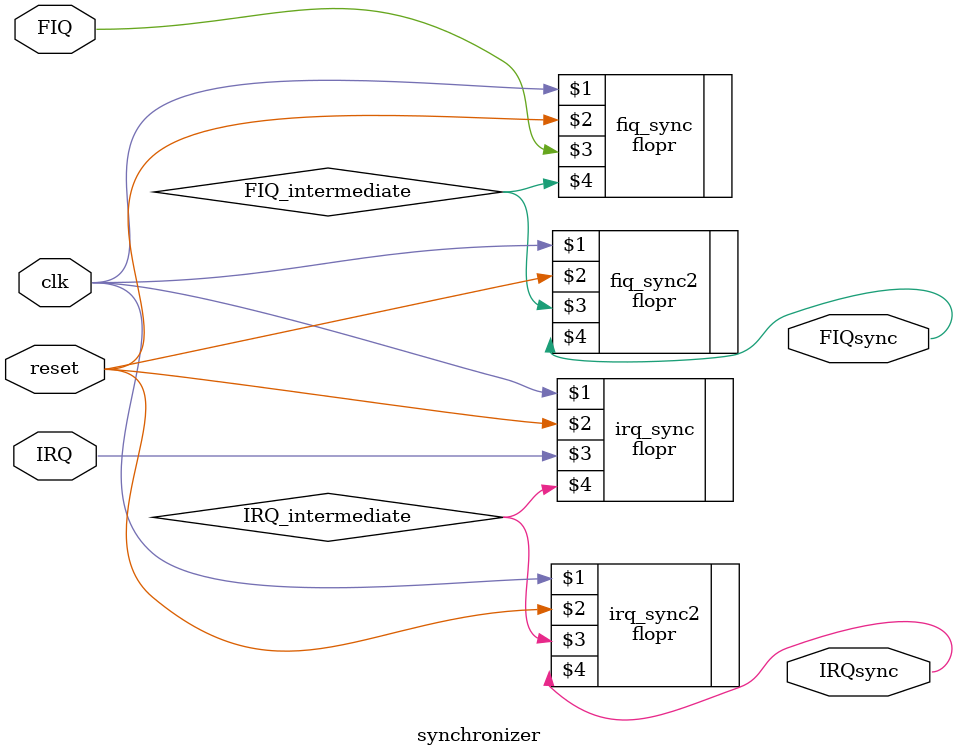
<source format=sv>
module synchronizer(input logic    clk, reset, IRQ, FIQ,
					output logic   IRQsync, FIQsync);
	logic IRQ_intermediate, FIQ_intermediate;

	flopr #(1) irq_sync(clk, reset, IRQ, IRQ_intermediate);
	flopr #(1) irq_sync2(clk, reset, IRQ_intermediate, IRQsync);

	flopr #(1) fiq_sync(clk, reset, FIQ, FIQ_intermediate);
    flopr #(1) fiq_sync2(clk, reset, FIQ_intermediate, FIQsync);

endmodule
</source>
